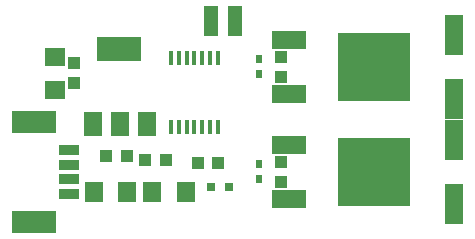
<source format=gbr>
G75*
%MOIN*%
%OFA0B0*%
%FSLAX25Y25*%
%IPPOS*%
%LPD*%
%AMOC8*
5,1,8,0,0,1.08239X$1,22.5*
%
%ADD10R,0.04331X0.03937*%
%ADD11R,0.05000X0.10000*%
%ADD12R,0.24409X0.22835*%
%ADD13R,0.11811X0.06299*%
%ADD14R,0.01575X0.04724*%
%ADD15R,0.03150X0.03150*%
%ADD16R,0.03937X0.04331*%
%ADD17R,0.06299X0.07087*%
%ADD18R,0.07087X0.06299*%
%ADD19R,0.05900X0.07900*%
%ADD20R,0.15000X0.07900*%
%ADD21R,0.06299X0.13780*%
%ADD22R,0.01969X0.02756*%
%ADD23R,0.15000X0.07600*%
%ADD24R,0.07000X0.03600*%
D10*
X0046654Y0030500D03*
X0053346Y0030500D03*
X0077154Y0028000D03*
X0083846Y0028000D03*
X0105000Y0056654D03*
X0105000Y0063346D03*
X0105000Y0021654D03*
X0105000Y0028346D03*
D11*
X0081500Y0075500D03*
X0089500Y0075500D03*
D12*
X0135768Y0060000D03*
X0135768Y0025000D03*
D13*
X0107500Y0069055D03*
X0107500Y0050945D03*
X0107500Y0034055D03*
X0107500Y0015945D03*
D14*
X0083874Y0063016D03*
X0081118Y0063016D03*
X0078559Y0063016D03*
X0076000Y0063016D03*
X0073441Y0063016D03*
X0070882Y0063016D03*
X0068126Y0063016D03*
X0068126Y0039984D03*
X0070882Y0039984D03*
X0073441Y0039984D03*
X0076000Y0039984D03*
X0078559Y0039984D03*
X0081118Y0039984D03*
X0083874Y0039984D03*
D15*
X0081547Y0020000D03*
X0087453Y0020000D03*
D16*
X0059654Y0029000D03*
X0066346Y0029000D03*
X0036000Y0054654D03*
X0036000Y0061346D03*
D17*
X0042488Y0018500D03*
X0053512Y0018500D03*
X0061988Y0018500D03*
X0073012Y0018500D03*
D18*
X0029500Y0052488D03*
X0029500Y0063512D03*
D19*
X0042100Y0041100D03*
X0051100Y0041100D03*
X0060100Y0041100D03*
D20*
X0051000Y0065900D03*
D21*
X0162500Y0049370D03*
X0162500Y0070630D03*
X0162500Y0035630D03*
X0162500Y0014370D03*
D22*
X0097500Y0062756D03*
X0097500Y0057638D03*
X0097500Y0027756D03*
X0097500Y0022638D03*
D23*
X0022445Y0008425D03*
X0022445Y0041654D03*
D24*
X0034177Y0032244D03*
X0034177Y0027402D03*
X0034177Y0022559D03*
X0034177Y0017638D03*
M02*

</source>
